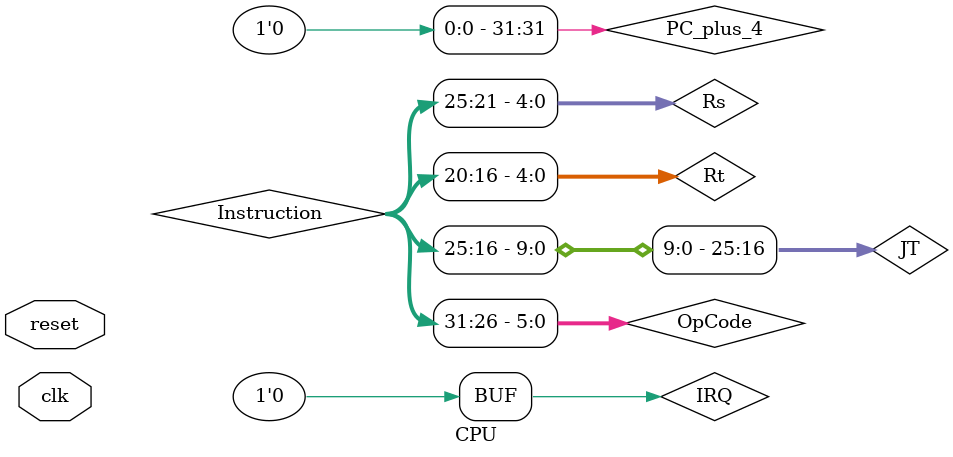
<source format=v>

module CPU (reset, clk);
    input reset;
    input clk;

    reg [31:0] PC;
    wire [31:0] PC_next;
    always @(posedge clk or negedge reset) begin
        if (~reset)
            PC <= 32'h80000000;
        else 
            PC <= PC_next;
    end

    // instruction memory part
    wire [31:0] Instruction;
    ROM_2 rom(
        .addr({1'b0, PC[30:0]}), // PC[31] can't be index
        .data(Instruction));

    wire [31:0] DataBusA;
    wire [31:0] DataBusB;
    wire [31:0] DataBusC;

    wire [4:0] Rd;
    wire [4:0] Rt;
    wire [4:0] Rs;
    wire [4:0] Shamt;
    wire [15:0] Imm16;
    wire [25:0] JT;
    wire [5:0] OpCode;
    wire [5:0] Funct;

    assign Rd = Instruction[15:11];
    assign Rt = Instruction[20:16];
    assign Rs = Instruction[25:21];
    assign Imm16 = Instruction[15:0];
    assign JT = Instruction[25:0];
    assign Shamt = Instruction[10:6];
    assign OpCode = Instruction[31:26];
    assign Funct = Instruction[5:0];

    parameter Xp = 5'd26; // exception register
    parameter Ra = 5'd31; // function breakpoint register

    // control part
    wire IRQ;
    assign IRQ = 0;
    wire [2:0] PCSrc;
    wire [1:0] RegDst;
    wire RegWrite;
    wire ALUSrc1;
    wire ALUSrc2;
    wire [5:0] ALUFun;
    wire Sign;
    wire MemWrite;
    wire MemRead;
    wire [1:0] MemtoReg;
    wire ExtOp;
    wire LUOp;

    Control ctrl(
        .OpCode(OpCode),
        .Funct(Funct),
        .IRQ(IRQ),
        .PCSrc(PCSrc),
        .ALUSrc1(ALUSrc1),
        .ALUSrc2(ALUSrc2),
        .RegDst(RegDst),
        .RegWrite(RegWrite),
        .ALUFun(ALUFun),
        .Sign(Sign),
        .MemWrite(MemWrite),
        .MemRead(MemRead),
        .MemtoReg(MemtoReg),
        .ExtOp(ExtOp),
        .LuOp(LUOp));

    // register part
    wire [4:0] AddrC;
    assign AddrC = 
        (RegDst == 2'b00)? Rt : 
        (RegDst == 2'b01)? Rd :
        (RegDst == 2'b10)? Ra :
        Xp;

    RegFile rgf(
        .reset(reset),
        .clk(clk),
        .addr1(Rs),
        .data1(DataBusA),
        .addr2(Rt),
        .data2(DataBusB),
        .wr(RegWrite),
        .addr3(AddrC),
        .data3(DataBusC));

    // immediate number process parts
    wire [31:0] Ext_out; // output of EXTOp module
    assign Ext_out = {ExtOp? {16{Imm16[15]}} : 16'h0000, Imm16};

    wire [31:0] LU_out; // output of LUOp mux
    assign LU_out = (LUOp)? {Imm16, 16'h0000} : Ext_out;

    // input of ALU
    wire [31:0] input_A;
    wire [31:0] input_B;

    assign input_A = (ALUSrc1)? {27'b0, Shamt} : DataBusA;
    assign input_B = (ALUSrc2)? LU_out : DataBusB;

    // program counter part
    wire [31:0] PC_plus_4;
    //ConBA信号是32bit的，之前把它当成了1bit的信号
    wire [31:0] ConBA;
    parameter ILLOP = 32'h80000004; // Interruption
    parameter XADR = 32'h80000008; // Exception
    wire [31:0] Branch; // output of ALUOut[0] mux
    wire [31:0] ALUOut;

    assign PC_plus_4 = {1'b0, PC[30:0] + 31'd4};
    assign ConBA = {PC[31], PC_plus_4[30:0] + {Ext_out[28:0], 2'b00}};
    assign Branch = ALUOut[0]? ConBA : PC_plus_4;

    assign PC_next = 
        (PCSrc == 3'b000)? PC_plus_4 :
        (PCSrc == 3'b001)? Branch :
        (PCSrc == 3'b010)? {PC_plus_4[31:28], JT, 2'b00} :
        (PCSrc == 3'b011)? DataBusA :
        (PCSrc == 3'b100)? ILLOP :
        XADR;

    // alu part
    ALU alu(
    	.A(input_A),
    	.B(input_B),
    	.ALUFun(ALUFun),
    	.Sign(Sign),
    	.Z(ALUOut));

    // data memory part
    wire MemWr;
    wire PerWr; // PeripheralWrite

    wire [31:0] MemData;
    wire [31:0] DataOut;
    wire [11:0] digi_in;

    assign MemWr = (MemWrite && ~ALUOut[30]); // waiting to confirm
    assign PerWr = (MemWrite && ALUOut[30]);

    DataMem mem(
    	.reset(reset),
    	.clk(clk),
    	.rd(MemRead),
    	.wr(MemWr),
    	.addr(ALUOut),
    	.wdata(DataBusB),
    	.rdata(MemData));

    assign DataOut = MemData;

    assign DataBusC = 
    	(MemtoReg[1:0] == 2'b00)? ALUOut :
    	(MemtoReg[1:0] == 2'b01)? MemData :
    	PC_plus_4;

endmodule
</source>
